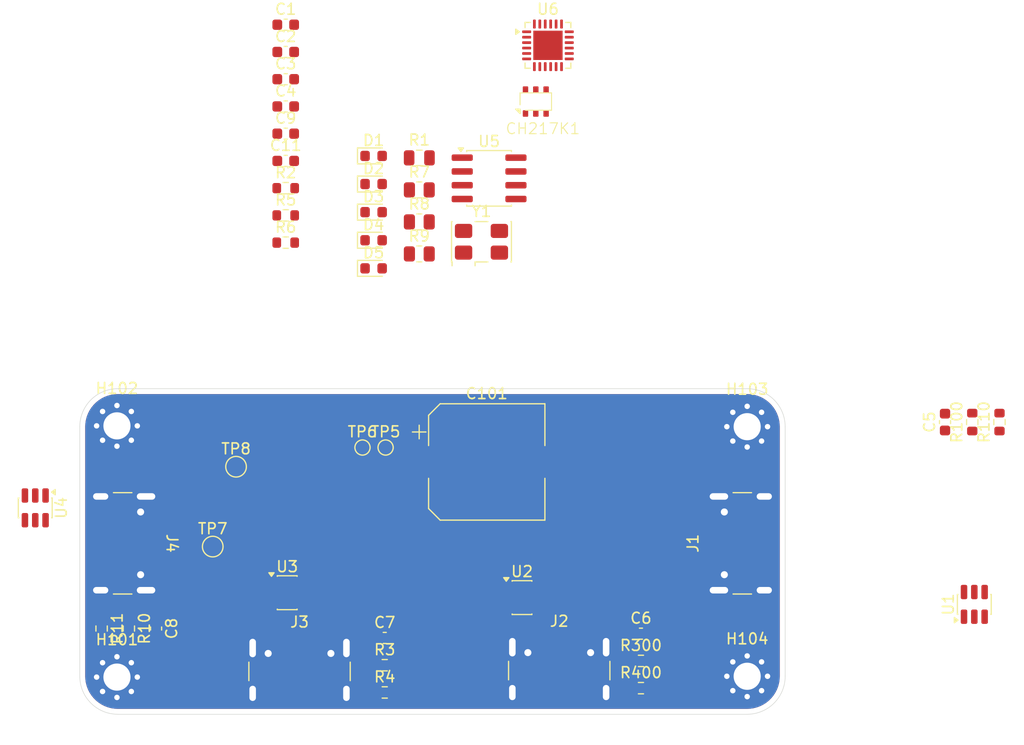
<source format=kicad_pcb>
(kicad_pcb (version 20241229) (generator "pcbnew") (generator_version "9.0")
  (layers (0 "F.Cu" signal) (4 "In1.Cu" signal "In1_Masse.Cu") (6 "In2.Cu" power "In2_VCC_3.3V_5V.Cu") (2 "B.Cu" signal) (13 "F.Paste" user) (15 "B.Paste" user) (5 "F.SilkS" user "F.Silkscreen") (7 "B.SilkS" user "B.Silkscreen") (1 "F.Mask" user) (3 "B.Mask" user) (25 "Edge.Cuts" user))
  (net 0 "")
  (net 1 "+3V3")
  (net 2 "GND")
  (net 3 "Net-(U6-V5)")
  (net 4 "+5V")
  (net 5 "/USB HUB controller/LED4{slash}SDA")
  (net 6 "Net-(D1-K)")
  (net 7 "Net-(D3-A)")
  (net 8 "Net-(D5-K)")
  (net 10 "/USB/D+")
  (net 11 "Net-(J1-CC2)")
  (net 13 "/USB/D-")
  (net 14 "Net-(J1-CC1)")
  (net 15 "Net-(J2-CC1)")
  (net 16 "/USB1/D+")
  (net 18 "Net-(J2-CC2)")
  (net 19 "/USB1/D-")
  (net 21 "Net-(J3-CC2)")
  (net 22 "Net-(J3-CC1)")
  (net 23 "/USB2/D-")
  (net 24 "/USB2/D+")
  (net 27 "/USB3/D-")
  (net 29 "Net-(J4-CC2)")
  (net 30 "/USB3/D+")
  (net 31 "Net-(J4-CC1)")
  (net 33 "/USB HUB controller/LED1")
  (net 34 "/USB HUB controller/LED2")
  (net 35 "/USB HUB controller/OVCUR#")
  (net 36 "Net-(CH217K1-ISET)")
  (net 37 "Net-(U6-~{RESET}{slash}CDP)")
  (net 38 "Net-(U6-DMU-)")
  (net 39 "Net-(U6-DPU+)")
  (net 40 "/USB HUB controller/DP1+")
  (net 41 "/USB HUB controller/DM1-")
  (net 42 "/USB HUB controller/DP2+")
  (net 43 "/USB HUB controller/DM2-")
  (net 44 "/USB HUB controller/DP3+")
  (net 45 "/USB HUB controller/DM3-")
  (net 46 "/USB HUB controller/DM4-")
  (net 47 "/USB HUB controller/DP4+")
  (net 48 "/USB HUB controller/LED3{slash}SCL")
  (net 50 "/USB HUB controller/~{PWREN}")
  (net 53 "Net-(U6-XO)")
  (net 54 "Net-(U6-XI)")
  (footprint "Capacitor_SMD:C_0603_1608Metric" (layer "F.Cu") (at 61.85 41.47)
    (property "Reference" "C7" (at 0 -1.43 0) (layer "F.SilkS"))
    (property "Value" "100uF")
    (pad "1" smd roundrect (at -0.775 0) (size 0.9 0.95) (layers "F.Cu" "F.Mask" "F.Paste") (net 4 "+5V"))
    (pad "2" smd roundrect (at 0.775 0) (size 0.9 0.95) (layers "F.Cu" "F.Mask" "F.Paste") (net 2 "GND"))
  )
  (footprint "Capacitor_SMD:CP_Elec_10x10.5" (layer "F.Cu") (at 71.25 25.25)
    (property "Reference" "C101" (at 0 -6.3 0) (layer "F.SilkS"))
    (property "Value" "470uF")
    (pad "1" smd roundrect (at -4.2 0) (size 4.4 2.5) (layers "F.Cu" "F.Mask" "F.Paste") (roundrect_rratio 0.1) (net 4 "+5V"))
    (pad "2" smd roundrect (at 4.2 0) (size 4.4 2.5) (layers "F.Cu" "F.Mask" "F.Paste") (roundrect_rratio 0.1) (net 2 "GND"))
  )
  (footprint "Crystal:Crystal_SMD_5032-4Pin_5.0x3.2mm" (layer "F.Cu") (at 70.765 4.96)
    (property "Reference" "Y1" (at 0 -2.8 0) (layer "F.SilkS"))
    (property "Value" "12 MHZ")
    (pad "1" smd roundrect (at -1.65 1) (size 1.6 1.3) (layers "F.Cu" "F.Mask" "F.Paste") (roundrect_rratio 0.192308) (net 53 "Net-(U6-XO)"))
    (pad "2" smd roundrect (at 1.65 1) (size 1.6 1.3) (layers "F.Cu" "F.Mask" "F.Paste") (roundrect_rratio 0.192308) (net 54 "Net-(U6-XI)"))
    (pad "3" smd roundrect (at 1.65 -1) (size 1.6 1.3) (layers "F.Cu" "F.Mask" "F.Paste") (roundrect_rratio 0.192308))
    (pad "4" smd roundrect (at -1.65 -1) (size 1.6 1.3) (layers "F.Cu" "F.Mask" "F.Paste") (roundrect_rratio 0.192308))
  )
  (footprint "TestPoint:TestPoint_Pad_D1.5mm" (layer "F.Cu") (at 48.15 25.69)
    (property "Reference" "TP8" (at 0 -1.648 0) (layer "F.SilkS"))
    (property "Value" "Masse")
    (pad "1" smd circle (at 0 0) (size 1.5 1.5) (layers "F.Cu" "F.Mask") (net 2 "GND"))
  )
  (footprint "Package_TO_SOT_SMD:SOT-23-6" (layer "F.Cu") (at 74.5 37.75)
    (property "Reference" "U2" (at 0 -2.4 0) (layer "F.SilkS"))
    (property "Value" "USBLC6-2SC6")
    (pad "1" smd roundrect (at -1.1375 -0.95) (size 1.325 0.6) (layers "F.Cu" "F.Mask" "F.Paste") (net 42 "/USB HUB controller/DP2+"))
    (pad "2" smd roundrect (at -1.1375 0) (size 1.325 0.6) (layers "F.Cu" "F.Mask" "F.Paste") (net 2 "GND"))
    (pad "3" smd roundrect (at -1.1375 0.95) (size 1.325 0.6) (layers "F.Cu" "F.Mask" "F.Paste") (net 43 "/USB HUB controller/DM2-"))
    (pad "4" smd roundrect (at 1.1375 0.95) (size 1.325 0.6) (layers "F.Cu" "F.Mask" "F.Paste") (net 16 "/USB1/D+"))
    (pad "5" smd roundrect (at 1.1375 0) (size 1.325 0.6) (layers "F.Cu" "F.Mask" "F.Paste") (net 4 "+5V"))
    (pad "6" smd roundrect (at 1.1375 -0.95) (size 1.325 0.6) (layers "F.Cu" "F.Mask" "F.Paste") (net 19 "/USB1/D-"))
  )
  (footprint "Package_TO_SOT_SMD:SOT-23-6" (layer "F.Cu") (at 116.18 38.375 90)
    (property "Reference" "U1" (at 0 -2.4 90) (layer "F.SilkS"))
    (property "Value" "USBLC6-2SC6")
    (pad "1" smd roundrect (at -1.1375 -0.95 90) (size 1.325 0.6) (layers "F.Cu" "F.Mask" "F.Paste") (net 40 "/USB HUB controller/DP1+"))
    (pad "2" smd roundrect (at -1.1375 0 90) (size 1.325 0.6) (layers "F.Cu" "F.Mask" "F.Paste") (net 2 "GND"))
    (pad "3" smd roundrect (at -1.1375 0.95 90) (size 1.325 0.6) (layers "F.Cu" "F.Mask" "F.Paste") (net 41 "/USB HUB controller/DM1-"))
    (pad "4" smd roundrect (at 1.1375 0.95 90) (size 1.325 0.6) (layers "F.Cu" "F.Mask" "F.Paste") (net 10 "/USB/D+"))
    (pad "5" smd roundrect (at 1.1375 0 90) (size 1.325 0.6) (layers "F.Cu" "F.Mask" "F.Paste") (net 4 "+5V"))
    (pad "6" smd roundrect (at 1.1375 -0.95 90) (size 1.325 0.6) (layers "F.Cu" "F.Mask" "F.Paste") (net 13 "/USB/D-"))
  )
  (footprint "MountingHole:MountingHole_2.5mm_Pad_Via" (layer "F.Cu") (at 37.174175 21.924175)
    (property "Reference" "H102" (at 0 -3.45 0) (layer "F.SilkS"))
    (property "Value" "MountingHole_Pad")
    (pad "1" thru_hole circle (at -1.875 0) (size 0.8 0.8) (drill 0.5) (layers "*.Cu" "*.Mask") (net 2 "GND"))
    (pad "1" thru_hole circle (at -1.325825 -1.325825) (size 0.8 0.8) (drill 0.5) (layers "*.Cu" "*.Mask") (net 2 "GND"))
    (pad "1" thru_hole circle (at -1.325825 1.325825) (size 0.8 0.8) (drill 0.5) (layers "*.Cu" "*.Mask") (net 2 "GND"))
    (pad "1" thru_hole circle (at 0 -1.875) (size 0.8 0.8) (drill 0.5) (layers "*.Cu" "*.Mask") (net 2 "GND"))
    (pad "1" thru_hole circle (at 0 0) (size 5 5) (drill 2.5) (layers "*.Cu" "*.Mask") (net 2 "GND"))
    (pad "1" thru_hole circle (at 0 1.875) (size 0.8 0.8) (drill 0.5) (layers "*.Cu" "*.Mask") (net 2 "GND"))
    (pad "1" thru_hole circle (at 1.325825 -1.325825) (size 0.8 0.8) (drill 0.5) (layers "*.Cu" "*.Mask") (net 2 "GND"))
    (pad "1" thru_hole circle (at 1.325825 1.325825) (size 0.8 0.8) (drill 0.5) (layers "*.Cu" "*.Mask") (net 2 "GND"))
    (pad "1" thru_hole circle (at 1.875 0) (size 0.8 0.8) (drill 0.5) (layers "*.Cu" "*.Mask") (net 2 "GND"))
  )
  (footprint "Resistor_SMD:R_0603_1608Metric" (layer "F.Cu") (at 85.46 43.585)
    (property "Reference" "R300" (at 0 -1.43 0) (layer "F.SilkS"))
    (property "Value" "5.1k")
    (pad "1" smd roundrect (at -0.825 0) (size 0.8 0.95) (layers "F.Cu" "F.Mask" "F.Paste") (net 15 "Net-(J2-CC1)"))
    (pad "2" smd roundrect (at 0.825 0) (size 0.8 0.95) (layers "F.Cu" "F.Mask" "F.Paste") (net 2 "GND"))
  )
  (footprint "LED_SMD:LED_0603_1608Metric" (layer "F.Cu") (at 60.825 7.41)
    (property "Reference" "D5" (at 0 -1.43 0) (layer "F.SilkS"))
    (property "Value" "RED_LED")
    (pad "1" smd roundrect (at -0.7875 0) (size 0.875 0.95) (layers "F.Cu" "F.Mask" "F.Paste") (net 8 "Net-(D5-K)"))
    (pad "2" smd roundrect (at 0.7875 0) (size 0.875 0.95) (layers "F.Cu" "F.Mask" "F.Paste") (net 1 "+3V3"))
  )
  (footprint "LED_SMD:LED_0603_1608Metric" (layer "F.Cu") (at 60.825 4.82)
    (property "Reference" "D4" (at 0 -1.43 0) (layer "F.SilkS"))
    (property "Value" "GREEN_LED")
    (pad "1" smd roundrect (at -0.7875 0) (size 0.875 0.95) (layers "F.Cu" "F.Mask" "F.Paste") (net 7 "Net-(D3-A)"))
    (pad "2" smd roundrect (at 0.7875 0) (size 0.875 0.95) (layers "F.Cu" "F.Mask" "F.Paste") (net 5 "/USB HUB controller/LED4{slash}SDA"))
  )
  (footprint "Resistor_SMD:R_0603_1608Metric" (layer "F.Cu") (at 118.5 21.575 90)
    (property "Reference" "R110" (at 0 -1.43 90) (layer "F.SilkS"))
    (property "Value" "5.1k")
    (pad "1" smd roundrect (at -0.825 0 90) (size 0.8 0.95) (layers "F.Cu" "F.Mask" "F.Paste") (net 11 "Net-(J1-CC2)"))
    (pad "2" smd roundrect (at 0.825 0 90) (size 0.8 0.95) (layers "F.Cu" "F.Mask" "F.Paste") (net 2 "GND"))
  )
  (footprint "Capacitor_SMD:C_0603_1608Metric" (layer "F.Cu") (at 40.78 40.6 -90)
    (property "Reference" "C8" (at 0 -1.43 90) (layer "F.SilkS"))
    (property "Value" "100uF")
    (pad "1" smd roundrect (at -0.775 0 270) (size 0.9 0.95) (layers "F.Cu" "F.Mask" "F.Paste") (net 4 "+5V"))
    (pad "2" smd roundrect (at 0.775 0 270) (size 0.9 0.95) (layers "F.Cu" "F.Mask" "F.Paste") (net 2 "GND"))
  )
  (footprint "Connector_USB:USB_C_Receptacle_GCT_USB4105-xx-A_16P_TopMnt_Horizontal" (layer "F.Cu") (at 36.75 32.75 -90)
    (property "Reference" "J4" (at 0 -5.5 270) (layer "F.SilkS"))
    (property "Value" "USB_C_Receptacle_USB2.0_16P")
    (pad "" np_thru_hole circle (at -2.89 -2.605 270) (size 0.65 0.65) (drill 0.65) (layers "*.Cu" "*.Mask"))
    (pad "" np_thru_hole circle (at 2.89 -2.605 270) (size 0.65 0.65) (drill 0.65) (layers "*.Cu" "*.Mask"))
    (pad "A1" smd roundrect (at -3.2 -3.68 270) (size 0.6 1.15) (layers "F.Cu" "F.Mask" "F.Paste") (net 2 "GND"))
    (pad "A4" smd roundrect (at -2.4 -3.68 270) (size 0.6 1.15) (layers "F.Cu" "F.Mask" "F.Paste") (net 4 "+5V"))
    (pad "A5" smd roundrect (at -1.25 -3.68 270) (size 0.3 1.15) (layers "F.Cu" "F.Mask" "F.Paste") (net 31 "Net-(J4-CC1)"))
    (pad "A6" smd roundrect (at -0.25 -3.68 270) (size 0.3 1.15) (layers "F.Cu" "F.Mask" "F.Paste") (net 30 "/USB3/D+"))
    (pad "A7" smd roundrect (at 0.25 -3.68 270) (size 0.3 1.15) (layers "F.Cu" "F.Mask" "F.Paste") (net 27 "/USB3/D-"))
    (pad "A8" smd roundrect (at 1.25 -3.68 270) (size 0.3 1.15) (layers "F.Cu" "F.Mask" "F.Paste"))
    (pad "A9" smd roundrect (at 2.4 -3.68 270) (size 0.6 1.15) (layers "F.Cu" "F.Mask" "F.Paste") (net 4 "+5V"))
    (pad "A12" smd roundrect (at 3.2 -3.68 270) (size 0.6 1.15) (layers "F.Cu" "F.Mask" "F.Paste") (net 2 "GND"))
    (pad "B1" smd roundrect (at 3.2 -3.68 270) (size 0.6 1.15) (layers "F.Cu" "F.Mask" "F.Paste") (net 2 "GND"))
    (pad "B4" smd roundrect (at 2.4 -3.68 270) (size 0.6 1.15) (layers "F.Cu" "F.Mask" "F.Paste") (net 4 "+5V"))
    (pad "B5" smd roundrect (at 1.75 -3.68 270) (size 0.3 1.15) (layers "F.Cu" "F.Mask" "F.Paste") (net 29 "Net-(J4-CC2)"))
    (pad "B6" smd roundrect (at 0.75 -3.68 270) (size 0.3 1.15) (layers "F.Cu" "F.Mask" "F.Paste") (net 30 "/USB3/D+"))
    (pad "B7" smd roundrect (at -0.75 -3.68 270) (size 0.3 1.15) (layers "F.Cu" "F.Mask" "F.Paste") (net 27 "/USB3/D-"))
    (pad "B8" smd roundrect (at -1.75 -3.68 270) (size 0.3 1.15) (layers "F.Cu" "F.Mask" "F.Paste"))
    (pad "B9" smd roundrect (at -2.4 -3.68 270) (size 0.6 1.15) (layers "F.Cu" "F.Mask" "F.Paste") (net 4 "+5V"))
    (pad "B12" smd roundrect (at -3.2 -3.68 270) (size 0.6 1.15) (layers "F.Cu" "F.Mask" "F.Paste") (net 2 "GND"))
    (pad "S1" thru_hole oval (at -4.32 -3.105 270) (size 1 2.1) (drill oval 0.6 1.7) (property pad_prop_heatsink) (layers "*.Cu" "*.Mask" "F.Paste") (net 2 "GND"))
    (pad "S1" thru_hole oval (at -4.32 1.075 270) (size 1 1.8) (drill oval 0.6 1.4) (property pad_prop_heatsink) (layers "*.Cu" "*.Mask" "F.Paste") (net 2 "GND"))
    (pad "S1" thru_hole oval (at 4.32 -3.105 270) (size 1 2.1) (drill oval 0.6 1.7) (property pad_prop_heatsink) (layers "*.Cu" "*.Mask" "F.Paste") (net 2 "GND"))
    (pad "S1" thru_hole oval (at 4.32 1.075 270) (size 1 1.8) (drill oval 0.6 1.4) (property pad_prop_heatsink) (layers "*.Cu" "*.Mask" "F.Paste") (net 2 "GND"))
  )
  (footprint "Connector_USB:USB_C_Receptacle_GCT_USB4105-xx-A_16P_TopMnt_Horizontal" (layer "F.Cu") (at 95.75 32.75 90)
    (property "Reference" "J1" (at 0 -5.5 90) (layer "F.SilkS"))
    (property "Value" "USB_C_Receptacle_USB2.0_16P")
    (pad "" np_thru_hole circle (at -2.89 -2.605 90) (size 0.65 0.65) (drill 0.65) (layers "*.Cu" "*.Mask"))
    (pad "" np_thru_hole circle (at 2.89 -2.605 90) (size 0.65 0.65) (drill 0.65) (layers "*.Cu" "*.Mask"))
    (pad "A1" smd roundrect (at -3.2 -3.68 90) (size 0.6 1.15) (layers "F.Cu" "F.Mask" "F.Paste") (net 2 "GND"))
    (pad "A4" smd roundrect (at -2.4 -3.68 90) (size 0.6 1.15) (layers "F.Cu" "F.Mask" "F.Paste") (net 4 "+5V"))
    (pad "A5" smd roundrect (at -1.25 -3.68 90) (size 0.3 1.15) (layers "F.Cu" "F.Mask" "F.Paste") (net 14 "Net-(J1-CC1)"))
    (pad "A6" smd roundrect (at -0.25 -3.68 90) (size 0.3 1.15) (layers "F.Cu" "F.Mask" "F.Paste") (net 10 "/USB/D+"))
    (pad "A7" smd roundrect (at 0.25 -3.68 90) (size 0.3 1.15) (layers "F.Cu" "F.Mask" "F.Paste") (net 13 "/USB/D-"))
    (pad "A8" smd roundrect (at 1.25 -3.68 90) (size 0.3 1.15) (layers "F.Cu" "F.Mask" "F.Paste"))
    (pad "A9" smd roundrect (at 2.4 -3.68 90) (size 0.6 1.15) (layers "F.Cu" "F.Mask" "F.Paste") (net 4 "+5V"))
    (pad "A12" smd roundrect (at 3.2 -3.68 90) (size 0.6 1.15) (layers "F.Cu" "F.Mask" "F.Paste") (net 2 "GND"))
    (pad "B1" smd roundrect (at 3.2 -3.68 90) (size 0.6 1.15) (layers "F.Cu" "F.Mask" "F.Paste") (net 2 "GND"))
    (pad "B4" smd roundrect (at 2.4 -3.68 90) (size 0.6 1.15) (layers "F.Cu" "F.Mask" "F.Paste") (net 4 "+5V"))
    (pad "B5" smd roundrect (at 1.75 -3.68 90) (size 0.3 1.15) (layers "F.Cu" "F.Mask" "F.Paste") (net 11 "Net-(J1-CC2)"))
    (pad "B6" smd roundrect (at 0.75 -3.68 90) (size 0.3 1.15) (layers "F.Cu" "F.Mask" "F.Paste") (net 10 "/USB/D+"))
    (pad "B7" smd roundrect (at -0.75 -3.68 90) (size 0.3 1.15) (layers "F.Cu" "F.Mask" "F.Paste") (net 13 "/USB/D-"))
    (pad "B8" smd roundrect (at -1.75 -3.68 90) (size 0.3 1.15) (layers "F.Cu" "F.Mask" "F.Paste"))
    (pad "B9" smd roundrect (at -2.4 -3.68 90) (size 0.6 1.15) (layers "F.Cu" "F.Mask" "F.Paste") (net 4 "+5V"))
    (pad "B12" smd roundrect (at -3.2 -3.68 90) (size 0.6 1.15) (layers "F.Cu" "F.Mask" "F.Paste") (net 2 "GND"))
    (pad "S1" thru_hole oval (at -4.32 -3.105 90) (size 1 2.1) (drill oval 0.6 1.7) (property pad_prop_heatsink) (layers "*.Cu" "*.Mask" "F.Paste") (net 2 "GND"))
    (pad "S1" thru_hole oval (at -4.32 1.075 90) (size 1 1.8) (drill oval 0.6 1.4) (property pad_prop_heatsink) (layers "*.Cu" "*.Mask" "F.Paste") (net 2 "GND"))
    (pad "S1" thru_hole oval (at 4.32 -3.105 90) (size 1 2.1) (drill oval 0.6 1.7) (property pad_prop_heatsink) (layers "*.Cu" "*.Mask" "F.Paste") (net 2 "GND"))
    (pad "S1" thru_hole oval (at 4.32 1.075 90) (size 1 1.8) (drill oval 0.6 1.4) (property pad_prop_heatsink) (layers "*.Cu" "*.Mask" "F.Paste") (net 2 "GND"))
  )
  (footprint "Package_DFN_QFN:QFN-24-1EP_4x4mm_P0.5mm_EP2.7x2.7mm" (layer "F.Cu") (at 76.89 -13.14)
    (property "Reference" "U6" (at 0 -3.33 0) (layer "F.SilkS"))
    (property "Value" "CH334F")
    (pad "1" smd roundrect (at -1.9625 -1.25) (size 0.825 0.25) (layers "F.Cu" "F.Mask" "F.Paste") (net 35 "/USB HUB controller/OVCUR#"))
    (pad "2" smd roundrect (at -1.9625 -0.75) (size 0.825 0.25) (layers "F.Cu" "F.Mask" "F.Paste"))
    (pad "3" smd roundrect (at -1.9625 -0.25) (size 0.825 0.25) (layers "F.Cu" "F.Mask" "F.Paste") (net 53 "Net-(U6-XO)"))
    (pad "4" smd roundrect (at -1.9625 0.25) (size 0.825 0.25) (layers "F.Cu" "F.Mask" "F.Paste") (net 54 "Net-(U6-XI)"))
    (pad "5" smd roundrect (at -1.9625 0.75) (size 0.825 0.25) (layers "F.Cu" "F.Mask" "F.Paste") (net 46 "/USB HUB controller/DM4-"))
    (pad "6" smd roundrect (at -1.9625 1.25) (size 0.825 0.25) (layers "F.Cu" "F.Mask" "F.Paste") (net 47 "/USB HUB controller/DP4+"))
    (pad "7" smd roundrect (at -1.25 1.9625) (size 0.25 0.825) (layers "F.Cu" "F.Mask" "F.Paste") (net 45 "/USB HUB controller/DM3-"))
    (pad "8" smd roundrect (at -0.75 1.9625) (size 0.25 0.825) (layers "F.Cu" "F.Mask" "F.Paste") (net 44 "/USB HUB controller/DP3+"))
    (pad "9" smd roundrect (at -0.25 1.9625) (size 0.25 0.825) (layers "F.Cu" "F.Mask" "F.Paste") (net 43 "/USB HUB controller/DM2-"))
    (pad "10" smd roundrect (at 0.25 1.9625) (size 0.25 0.825) (layers "F.Cu" "F.Mask" "F.Paste") (net 42 "/USB HUB controller/DP2+"))
    (pad "11" smd roundrect (at 0.75 1.9625) (size 0.25 0.825) (layers "F.Cu" "F.Mask" "F.Paste") (net 41 "/USB HUB controller/DM1-"))
    (pad "12" smd roundrect (at 1.25 1.9625) (size 0.25 0.825) (layers "F.Cu" "F.Mask" "F.Paste") (net 40 "/USB HUB controller/DP1+"))
    (pad "13" smd roundrect (at 1.9625 1.25) (size 0.825 0.25) (layers "F.Cu" "F.Mask" "F.Paste") (net 48 "/USB HUB controller/LED3{slash}SCL"))
    (pad "14" smd roundrect (at 1.9625 0.75) (size 0.825 0.25) (layers "F.Cu" "F.Mask" "F.Paste") (net 38 "Net-(U6-DMU-)"))
    (pad "15" smd roundrect (at 1.9625 0.25) (size 0.825 0.25) (layers "F.Cu" "F.Mask" "F.Paste") (net 39 "Net-(U6-DPU+)"))
    (pad "16" smd roundrect (at 1.9625 -0.25) (size 0.825 0.25) (layers "F.Cu" "F.Mask" "F.Paste") (net 37 "Net-(U6-~{RESET}{slash}CDP)"))
    (pad "17" smd roundrect (at 1.9625 -0.75) (size 0.825 0.25) (layers "F.Cu" "F.Mask" "F.Paste"))
    (pad "18" smd roundrect (at 1.9625 -1.25) (size 0.825 0.25) (layers "F.Cu" "F.Mask" "F.Paste"))
    (pad "19" smd roundrect (at 1.25 -1.9625) (size 0.25 0.825) (layers "F.Cu" "F.Mask" "F.Paste") (net 3 "Net-(U6-V5)"))
    (pad "20" smd roundrect (at 0.75 -1.9625) (size 0.25 0.825) (layers "F.Cu" "F.Mask" "F.Paste") (net 1 "+3V3"))
    (pad "21" smd roundrect (at 0.25 -1.9625) (size 0.25 0.825) (layers "F.Cu" "F.Mask" "F.Paste") (net 5 "/USB HUB controller/LED4{slash}SDA"))
    (pad "22" smd roundrect (at -0.25 -1.9625) (size 0.25 0.825) (layers "F.Cu" "F.Mask" "F.Paste") (net 33 "/USB HUB controller/LED1"))
    (pad "23" smd roundrect (at -0.75 -1.9625) (size 0.25 0.825) (layers "F.Cu" "F.Mask" "F.Paste") (net 34 "/USB HUB controller/LED2"))
    (pad "24" smd roundrect (at -1.25 -1.9625) (size 0.25 0.825) (layers "F.Cu" "F.Mask" "F.Paste") (net 50 "/USB HUB controller/~{PWREN}"))
    (pad "25" smd rect (at 0 0) (size 2.7 2.7) (property pad_prop_heatsink) (layers "F.Cu" "F.Mask") (net 2 "GND"))
  )
  (footprint "MountingHole:MountingHole_2.5mm_Pad_Via" (layer "F.Cu") (at 95.25 22)
    (property "Reference" "H103" (at 0 -3.45 0) (layer "F.SilkS"))
    (property "Value" "MountingHole_Pad")
    (pad "1" thru_hole circle (at -1.875 0) (size 0.8 0.8) (drill 0.5) (layers "*.Cu" "*.Mask") (net 2 "GND"))
    (pad "1" thru_hole circle (at -1.325825 -1.325825) (size 0.8 0.8) (drill 0.5) (layers "*.Cu" "*.Mask") (net 2 "GND"))
    (pad "1" thru_hole circle (at -1.325825 1.325825) (size 0.8 0.8) (drill 0.5) (layers "*.Cu" "*.Mask") (net 2 "GND"))
    (pad "1" thru_hole circle (at 0 -1.875) (size 0.8 0.8) (drill 0.5) (layers "*.Cu" "*.Mask") (net 2 "GND"))
    (pad "1" thru_hole circle (at 0 0) (size 5 5) (drill 2.5) (layers "*.Cu" "*.Mask") (net 2 "GND"))
    (pad "1" thru_hole circle (at 0 1.875) (size 0.8 0.8) (drill 0.5) (layers "*.Cu" "*.Mask") (net 2 "GND"))
    (pad "1" thru_hole circle (at 1.325825 -1.325825) (size 0.8 0.8) (drill 0.5) (layers "*.Cu" "*.Mask") (net 2 "GND"))
    (pad "1" thru_hole circle (at 1.325825 1.325825) (size 0.8 0.8) (drill 0.5) (layers "*.Cu" "*.Mask") (net 2 "GND"))
    (pad "1" thru_hole circle (at 1.875 0) (size 0.8 0.8) (drill 0.5) (layers "*.Cu" "*.Mask") (net 2 "GND"))
  )
  (footprint "TestPoint:TestPoint_Pad_D1.5mm" (layer "F.Cu") (at 46 33.05)
    (property "Reference" "TP7" (at 0 -1.648 0) (layer "F.SilkS"))
    (property "Value" "Alim")
    (pad "1" smd circle (at 0 0) (size 1.5 1.5) (layers "F.Cu" "F.Mask") (net 4 "+5V"))
  )
  (footprint "Capacitor_SMD:C_0603_1608Metric" (layer "F.Cu") (at 52.725 -2.49)
    (property "Reference" "C11" (at 0 -1.43 0) (layer "F.SilkS"))
    (property "Value" "1uF")
    (pad "1" smd roundrect (at -0.775 0) (size 0.9 0.95) (layers "F.Cu" "F.Mask" "F.Paste") (net 4 "+5V"))
    (pad "2" smd roundrect (at 0.775 0) (size 0.9 0.95) (layers "F.Cu" "F.Mask" "F.Paste") (net 2 "GND"))
  )
  (footprint "Resistor_SMD:R_0805_2012Metric" (layer "F.Cu") (at 65.035 6.08)
    (property "Reference" "R9" (at 0 -1.65 0) (layer "F.SilkS"))
    (property "Value" "NC(4k7)")
    (pad "1" smd roundrect (at -0.9125 0) (size 1.025 1.4) (layers "F.Cu" "F.Mask" "F.Paste") (roundrect_rratio 0.243902) (net 1 "+3V3"))
    (pad "2" smd roundrect (at 0.9125 0) (size 1.025 1.4) (layers "F.Cu" "F.Mask" "F.Paste") (roundrect_rratio 0.243902) (net 37 "Net-(U6-~{RESET}{slash}CDP)"))
  )
  (footprint "Resistor_SMD:R_0603_1608Metric" (layer "F.Cu") (at 61.85 43.98)
    (property "Reference" "R3" (at 0 -1.43 0) (layer "F.SilkS"))
    (property "Value" "5.1k")
    (pad "1" smd roundrect (at -0.825 0) (size 0.8 0.95) (layers "F.Cu" "F.Mask" "F.Paste") (net 22 "Net-(J3-CC1)"))
    (pad "2" smd roundrect (at 0.825 0) (size 0.8 0.95) (layers "F.Cu" "F.Mask" "F.Paste") (net 2 "GND"))
  )
  (footprint "Fuse:Fuse_0805_2012Metric" (layer "F.Cu") (at 65.035 -2.77)
    (property "Reference" "R1" (at 0 -1.65 0) (layer "F.SilkS"))
    (property "Value" "0")
    (pad "1" smd roundrect (at -0.9375 0) (size 0.975 1.4) (layers "F.Cu" "F.Mask" "F.Paste") (net 4 "+5V"))
    (pad "2" smd roundrect (at 0.9375 0) (size 0.975 1.4) (layers "F.Cu" "F.Mask" "F.Paste") (net 3 "Net-(U6-V5)"))
  )
  (footprint "MountingHole:MountingHole_2.5mm_Pad_Via" (layer "F.Cu") (at 95.25 45)
    (property "Reference" "H104" (at 0 -3.45 0) (layer "F.SilkS"))
    (property "Value" "MountingHole_Pad")
    (pad "1" thru_hole circle (at -1.875 0) (size 0.8 0.8) (drill 0.5) (layers "*.Cu" "*.Mask") (net 2 "GND"))
    (pad "1" thru_hole circle (at -1.325825 -1.325825) (size 0.8 0.8) (drill 0.5) (layers "*.Cu" "*.Mask") (net 2 "GND"))
    (pad "1" thru_hole circle (at -1.325825 1.325825) (size 0.8 0.8) (drill 0.5) (layers "*.Cu" "*.Mask") (net 2 "GND"))
    (pad "1" thru_hole circle (at 0 -1.875) (size 0.8 0.8) (drill 0.5) (layers "*.Cu" "*.Mask") (net 2 "GND"))
    (pad "1" thru_hole circle (at 0 0) (size 5 5) (drill 2.5) (layers "*.Cu" "*.Mask") (net 2 "GND"))
    (pad "1" thru_hole circle (at 0 1.875) (size 0.8 0.8) (drill 0.5) (layers "*.Cu" "*.Mask") (net 2 "GND"))
    (pad "1" thru_hole circle (at 1.325825 -1.325825) (size 0.8 0.8) (drill 0.5) (layers "*.Cu" "*.Mask") (net 2 "GND"))
    (pad "1" thru_hole circle (at 1.325825 1.325825) (size 0.8 0.8) (drill 0.5) (layers "*.Cu" "*.Mask") (net 2 "GND"))
    (pad "1" thru_hole circle (at 1.875 0) (size 0.8 0.8) (drill 0.5) (layers "*.Cu" "*.Mask") (net 2 "GND"))
  )
  (footprint "LED_SMD:LED_0603_1608Metric" (layer "F.Cu") (at 60.825 -0.36)
    (property "Reference" "D2" (at 0 -1.43 0) (layer "F.SilkS"))
    (property "Value" "GREEN_LED")
    (pad "1" smd roundrect (at -0.7875 0) (size 0.875 0.95) (layers "F.Cu" "F.Mask" "F.Paste") (net 5 "/USB HUB controller/LED4{slash}SDA"))
    (pad "2" smd roundrect (at 0.7875 0) (size 0.875 0.95) (layers "F.Cu" "F.Mask" "F.Paste") (net 6 "Net-(D1-K)"))
  )
  (footprint "Capacitor_SMD:C_0603_1608Metric" (layer "F.Cu") (at 52.725 -5)
    (property "Reference" "C9" (at 0 -1.43 0) (layer "F.SilkS"))
    (property "Value" "10uF")
    (pad "1" smd roundrect (at -0.775 0) (size 0.9 0.95) (layers "F.Cu" "F.Mask" "F.Paste") (net 4 "+5V"))
    (pad "2" smd roundrect (at 0.775 0) (size 0.9 0.95) (layers "F.Cu" "F.Mask" "F.Paste") (net 2 "GND"))
  )
  (footprint "Resistor_SMD:R_0603_1608Metric" (layer "F.Cu") (at 52.725 0.02)
    (property "Reference" "R2" (at 0 -1.43 0) (layer "F.SilkS"))
    (property "Value" "220")
    (pad "1" smd roundrect (at -0.825 0) (size 0.8 0.95) (layers "F.Cu" "F.Mask" "F.Paste") (net 33 "/USB HUB controller/LED1"))
    (pad "2" smd roundrect (at 0.825 0) (size 0.8 0.95) (layers "F.Cu" "F.Mask" "F.Paste") (net 6 "Net-(D1-K)"))
  )
  (footprint "Resistor_SMD:R_0603_1608Metric" (layer "F.Cu") (at 52.725 5.04)
    (property "Reference" "R6" (at 0 -1.43 0) (layer "F.SilkS"))
    (property "Value" "10k")
    (pad "1" smd roundrect (at -0.825 0) (size 0.8 0.95) (layers "F.Cu" "F.Mask" "F.Paste") (net 5 "/USB HUB controller/LED4{slash}SDA"))
    (pad "2" smd roundrect (at 0.825 0) (size 0.8 0.95) (layers "F.Cu" "F.Mask" "F.Paste") (net 8 "Net-(D5-K)"))
  )
  (footprint "Capacitor_SMD:C_0603_1608Metric" (layer "F.Cu") (at 52.725 -7.51)
    (property "Reference" "C4" (at 0 -1.43 0) (layer "F.SilkS"))
    (property "Value" "100nF")
    (pad "1" smd roundrect (at -0.775 0) (size 0.9 0.95) (layers "F.Cu" "F.Mask" "F.Paste") (net 1 "+3V3"))
    (pad "2" smd roundrect (at 0.775 0) (size 0.9 0.95) (layers "F.Cu" "F.Mask" "F.Paste") (net 2 "GND"))
  )
  (footprint "Resistor_SMD:R_0603_1608Metric" (layer "F.Cu") (at 52.725 2.53)
    (property "Reference" "R5" (at 0 -1.43 0) (layer "F.SilkS"))
    (property "Value" "220")
    (pad "1" smd roundrect (at -0.825 0) (size 0.8 0.95) (layers "F.Cu" "F.Mask" "F.Paste") (net 34 "/USB HUB controller/LED2"))
    (pad "2" smd roundrect (at 0.825 0) (size 0.8 0.95) (layers "F.Cu" "F.Mask" "F.Paste") (net 7 "Net-(D3-A)"))
  )
  (footprint "Capacitor_SMD:C_0603_1608Metric" (layer "F.Cu") (at 113.48 21.575 90)
    (property "Reference" "C5" (at 0 -1.43 90) (layer "F.SilkS"))
    (property "Value" "100uF")
    (pad "1" smd roundrect (at -0.775 0 90) (size 0.9 0.95) (layers "F.Cu" "F.Mask" "F.Paste") (net 4 "+5V"))
    (pad "2" smd roundrect (at 0.775 0 90) (size 0.9 0.95) (layers "F.Cu" "F.Mask" "F.Paste") (net 2 "GND"))
  )
  (footprint "TestPoint:TestPoint_Pad_D1.0mm" (layer "F.Cu") (at 61.93 23.92)
    (property "Reference" "TP5" (at 0 -1.448 0) (layer "F.SilkS"))
    (property "Value" "Data -")
    (pad "1" smd circle (at 0 0) (size 1 1) (layers "F.Cu" "F.Mask") (net 38 "Net-(U6-DMU-)"))
  )
  (footprint "Connector_USB:USB_C_Receptacle_GCT_USB4105-xx-A_16P_TopMnt_Horizontal" (layer "F.Cu") (at 54 45.5)
    (property "Reference" "J3" (at 0 -5.5 0) (layer "F.SilkS"))
    (property "Value" "USB_C_Receptacle_USB2.0_16P")
    (pad "" np_thru_hole circle (at -2.89 -2.605) (size 0.65 0.65) (drill 0.65) (layers "*.Cu" "*.Mask"))
    (pad "" np_thru_hole circle (at 2.89 -2.605) (size 0.65 0.65) (drill 0.65) (layers "*.Cu" "*.Mask"))
    (pad "A1" smd roundrect (at -3.2 -3.68) (size 0.6 1.15) (layers "F.Cu" "F.Mask" "F.Paste") (net 2 "GND"))
    (pad "A4" smd roundrect (at -2.4 -3.68) (size 0.6 1.15) (layers "F.Cu" "F.Mask" "F.Paste") (net 4 "+5V"))
    (pad "A5" smd roundrect (at -1.25 -3.68) (size 0.3 1.15) (layers "F.Cu" "F.Mask" "F.Paste") (net 22 "Net-(J3-CC1)"))
    (pad "A6" smd roundrect (at -0.25 -3.68) (size 0.3 1.15) (layers "F.Cu" "F.Mask" "F.Paste") (net 24 "/USB2/D+"))
    (pad "A7" smd roundrect (at 0.25 -3.68) (size 0.3 1.15) (layers "F.Cu" "F.Mask" "F.Paste") (net 23 "/USB2/D-"))
    (pad "A8" smd roundrect (at 1.25 -3.68) (size 0.3 1.15) (layers "F.Cu" "F.Mask" "F.Paste"))
    (pad "A9" smd roundrect (at 2.4 -3.68) (size 0.6 1.15) (layers "F.Cu" "F.Mask" "F.Paste") (net 4 "+5V"))
    (pad "A12" smd roundrect (at 3.2 -3.68) (size 0.6 1.15) (layers "F.Cu" "F.Mask" "F.Paste") (net 2 "GND"))
    (pad "B1" smd roundrect (at 3.2 -3.68) (size 0.6 1.15) (layers "F.Cu" "F.Mask" "F.Paste") (net 2 "GND"))
    (pad "B4" smd roundrect (at 2.4 -3.68) (size 0.6 1.15) (layers "F.Cu" "F.Mask" "F.Paste") (net 4 "+5V"))
    (pad "B5" smd roundrect (at 1.75 -3.68) (size 0.3 1.15) (layers "F.Cu" "F.Mask" "F.Paste") (net 21 "Net-(J3-CC2)"))
    (pad "B6" smd roundrect (at 0.75 -3.68) (size 0.3 1.15) (layers "F.Cu" "F.Mask" "F.Paste") (net 24 "/USB2/D+"))
    (pad "B7" smd roundrect (at -0.75 -3.68) (size 0.3 1.15) (layers "F.Cu" "F.Mask" "F.Paste") (net 23 "/USB2/D-"))
    (pad "B8" smd roundrect (at -1.75 -3.68) (size 0.3 1.15) (layers "F.Cu" "F.Mask" "F.Paste"))
    (pad "B9" smd roundrect (at -2.4 -3.68) (size 0.6 1.15) (layers "F.Cu" "F.Mask" "F.Paste") (net 4 "+5V"))
    (pad "B12" smd roundrect (at -3.2 -3.68) (size 0.6 1.15) (layers "F.Cu" "F.Mask" "F.Paste") (net 2 "GND"))
    (pad "S1" thru_hole oval (at -4.32 -3.105) (size 1 2.1) (drill oval 0.6 1.7) (property pad_prop_heatsink) (layers "*.Cu" "*.Mask" "F.Paste") (net 2 "GND"))
    (pad "S1" thru_hole oval (at -4.32 1.075) (size 1 1.8) (drill oval 0.6 1.4) (property pad_prop_heatsink) (layers "*.Cu" "*.Mask" "F.Paste") (net 2 "GND"))
    (pad "S1" thru_hole oval (at 4.32 -3.105) (size 1 2.1) (drill oval 0.6 1.7) (property pad_prop_heatsink) (layers "*.Cu" "*.Mask" "F.Paste") (net 2 "GND"))
    (pad "S1" thru_hole oval (at 4.32 1.075) (size 1 1.8) (drill oval 0.6 1.4) (property pad_prop_heatsink) (layers "*.Cu" "*.Mask" "F.Paste") (net 2 "GND"))
  )
  (footprint "LED_SMD:LED_0603_1608Metric" (layer "F.Cu") (at 60.825 2.23)
    (property "Reference" "D3" (at 0 -1.43 0) (layer "F.SilkS"))
    (property "Value" "GREEN_LED")
    (pad "1" smd roundrect (at -0.7875 0) (size 0.875 0.95) (layers "F.Cu" "F.Mask" "F.Paste") (net 5 "/USB HUB controller/LED4{slash}SDA"))
    (pad "2" smd roundrect (at 0.7875 0) (size 0.875 0.95) (layers "F.Cu" "F.Mask" "F.Paste") (net 7 "Net-(D3-A)"))
  )
  (footprint "Package_TO_SOT_SMD:SOT-23-6" (layer "F.Cu") (at 29.645 29.48 -90)
    (property "Reference" "U4" (at 0 -2.4 90) (layer "F.SilkS"))
    (property "Value" "USBLC6-2SC6")
    (pad "1" smd roundrect (at -1.1375 -0.95 270) (size 1.325 0.6) (layers "F.Cu" "F.Mask" "F.Paste") (net 47 "/USB HUB controller/DP4+"))
    (pad "2" smd roundrect (at -1.1375 0 270) (size 1.325 0.6) (layers "F.Cu" "F.Mask" "F.Paste") (net 2 "GND"))
    (pad "3" smd roundrect (at -1.1375 0.95 270) (size 1.325 0.6) (layers "F.Cu" "F.Mask" "F.Paste") (net 46 "/USB HUB controller/DM4-"))
    (pad "4" smd roundrect (at 1.1375 0.95 270) (size 1.325 0.6) (layers "F.Cu" "F.Mask" "F.Paste") (net 30 "/USB3/D+"))
    (pad "5" smd roundrect (at 1.1375 0 270) (size 1.325 0.6) (layers "F.Cu" "F.Mask" "F.Paste") (net 4 "+5V"))
    (pad "6" smd roundrect (at 1.1375 -0.95 270) (size 1.325 0.6) (layers "F.Cu" "F.Mask" "F.Paste") (net 27 "/USB3/D-"))
  )
  (footprint "Capacitor_SMD:C_0603_1608Metric" (layer "F.Cu") (at 52.725 -10.02)
    (property "Reference" "C3" (at 0 -1.43 0) (layer "F.SilkS"))
    (property "Value" "10uF")
    (pad "1" smd roundrect (at -0.775 0) (size 0.9 0.95) (layers "F.Cu" "F.Mask" "F.Paste") (net 3 "Net-(U6-V5)"))
    (pad "2" smd roundrect (at 0.775 0) (size 0.9 0.95) (layers "F.Cu" "F.Mask" "F.Paste") (net 2 "GND"))
  )
  (footprint "MountingHole:MountingHole_2.5mm_Pad_Via" (layer "F.Cu") (at 37.174175 45.075825)
    (property "Reference" "H101" (at 0 -3.45 0) (layer "F.SilkS"))
    (property "Value" "MountingHole_Pad")
    (pad "1" thru_hole circle (at -1.875 0) (size 0.8 0.8) (drill 0.5) (layers "*.Cu" "*.Mask") (net 2 "GND"))
    (pad "1" thru_hole circle (at -1.325825 -1.325825) (size 0.8 0.8) (drill 0.5) (layers "*.Cu" "*.Mask") (net 2 "GND"))
    (pad "1" thru_hole circle (at -1.325825 1.325825) (size 0.8 0.8) (drill 0.5) (layers "*.Cu" "*.Mask") (net 2 "GND"))
    (pad "1" thru_hole circle (at 0 -1.875) (size 0.8 0.8) (drill 0.5) (layers "*.Cu" "*.Mask") (net 2 "GND"))
    (pad "1" thru_hole circle (at 0 0) (size 5 5) (drill 2.5) (layers "*.Cu" "*.Mask") (net 2 "GND"))
    (pad "1" thru_hole circle (at 0 1.875) (size 0.8 0.8) (drill 0.5) (layers "*.Cu" "*.Mask") (net 2 "GND"))
    (pad "1" thru_hole circle (at 1.325825 -1.325825) (size 0.8 0.8) (drill 0.5) (layers "*.Cu" "*.Mask") (net 2 "GND"))
    (pad "1" thru_hole circle (at 1.325825 1.325825) (size 0.8 0.8) (drill 0.5) (layers "*.Cu" "*.Mask") (net 2 "GND"))
    (pad "1" thru_hole circle (at 1.875 0) (size 0.8 0.8) (drill 0.5) (layers "*.Cu" "*.Mask") (net 2 "GND"))
  )
  (footprint "Resistor_SMD:R_0603_1608Metric" (layer "F.Cu") (at 38.27 40.6 -90)
    (property "Reference" "R10" (at 0 -1.43 90) (layer "F.SilkS"))
    (property "Value" "5.1k")
    (pad "1" smd roundrect (at -0.825 0 270) (size 0.8 0.95) (layers "F.Cu" "F.Mask" "F.Paste") (net 31 "Net-(J4-CC1)"))
    (pad "2" smd roundrect (at 0.825 0 270) (size 0.8 0.95) (layers "F.Cu" "F.Mask" "F.Paste") (net 2 "GND"))
  )
  (footprint "Resistor_SMD:R_0805_2012Metric" (layer "F.Cu") (at 65.035 0.18)
    (property "Reference" "R7" (at 0 -1.65 0) (layer "F.SilkS"))
    (property "Value" "NC(56k)")
    (pad "1" smd roundrect (at -0.9125 0) (size 1.025 1.4) (layers "F.Cu" "F.Mask" "F.Paste") (roundrect_rratio 0.243902) (net 35 "/USB HUB controller/OVCUR#"))
    (pad "2" smd roundrect (at 0.9125 0) (size 1.025 1.4) (layers "F.Cu" "F.Mask" "F.Paste") (roundrect_rratio 0.243902) (net 4 "+5V"))
  )
  (footprint "Resistor_SMD:R_0805_2012Metric" (layer "F.Cu") (at 65.035 3.13)
    (property "Reference" "R8" (at 0 -1.65 0) (layer "F.SilkS"))
    (property "Value" "56k")
    (pad "1" smd roundrect (at -0.9125 0) (size 1.025 1.4) (layers "F.Cu" "F.Mask" "F.Paste") (roundrect_rratio 0.243902) (net 2 "GND"))
    (pad "2" smd roundrect (at 0.9125 0) (size 1.025 1.4) (layers "F.Cu" "F.Mask" "F.Paste") (roundrect_rratio 0.243902) (net 36 "Net-(CH217K1-ISET)"))
  )
  (footprint "Resistor_SMD:R_0603_1608Metric" (layer "F.Cu") (at 115.99 21.575 90)
    (property "Reference" "R100" (at 0 -1.43 90) (layer "F.SilkS"))
    (property "Value" "5.1k")
    (pad "1" smd roundrect (at -0.825 0 90) (size 0.8 0.95) (layers "F.Cu" "F.Mask" "F.Paste") (net 14 "Net-(J1-CC1)"))
    (pad "2" smd roundrect (at 0.825 0 90) (size 0.8 0.95) (layers "F.Cu" "F.Mask" "F.Paste") (net 2 "GND"))
  )
  (footprint "TestPoint:TestPoint_Pad_D1.0mm" (layer "F.Cu") (at 59.8 23.92)
    (property "Reference" "TP6" (at 0 -1.448 0) (layer "F.SilkS"))
    (property "Value" "Data +")
    (pad "1" smd circle (at 0 0) (size 1 1) (layers "F.Cu" "F.Mask") (net 39 "Net-(U6-DPU+)"))
  )
  (footprint "Capacitor_SMD:C_0603_1608Metric" (layer "F.Cu") (at 85.46 41.075)
    (property "Reference" "C6" (at 0 -1.43 0) (layer "F.SilkS"))
    (property "Value" "100uF")
    (pad "1" smd roundrect (at -0.775 0) (size 0.9 0.95) (layers "F.Cu" "F.Mask" "F.Paste") (net 4 "+5V"))
    (pad "2" smd roundrect (at 0.775 0) (size 0.9 0.95) (layers "F.Cu" "F.Mask" "F.Paste") (net 2 "GND"))
  )
  (footprint "Package_SO:SOIC-8_3.9x4.9mm_P1.27mm" (layer "F.Cu") (at 71.465 -0.885)
    (property "Reference" "U5" (at 0 -3.4 0) (layer "F.SilkS"))
    (property "Value" "24C02Cx-x-SN")
    (pad "1" smd roundrect (at -2.475 -1.905) (size 1.95 0.6) (layers "F.Cu" "F.Mask" "F.Paste") (net 2 "GND"))
    (pad "2" smd roundrect (at -2.475 -0.635) (size 1.95 0.6) (layers "F.Cu" "F.Mask" "F.Paste") (net 2 "GND"))
    (pad "3" smd roundrect (at -2.475 0.635) (size 1.95 0.6) (layers "F.Cu" "F.Mask" "F.Paste") (net 2 "GND"))
    (pad "4" smd roundrect (at -2.475 1.905) (size 1.95 0.6) (layers "F.Cu" "F.Mask" "F.Paste") (net 2 "GND"))
    (pad "5" smd roundrect (at 2.475 1.905) (size 1.95 0.6) (layers "F.Cu" "F.Mask" "F.Paste") (net 5 "/USB HUB controller/LED4{slash}SDA"))
    (pad "6" smd roundrect (at 2.475 0.635) (size 1.95 0.6) (layers "F.Cu" "F.Mask" "F.Paste") (net 48 "/USB HUB controller/LED3{slash}SCL"))
    (pad "7" smd roundrect (at 2.475 -0.635) (size 1.95 0.6) (layers "F.Cu" "F.Mask" "F.Paste") (net 2 "GND"))
    (pad "8" smd roundrect (at 2.475 -1.905) (size 1.95 0.6) (layers "F.Cu" "F.Mask" "F.Paste") (net 1 "+3V3"))
  )
  (footprint "MaximeRempreinte:CH217DS1" (layer "F.Cu") (at 74.32 -8.76)
    (property "Reference" "CH217K1" (at 2.1 3.3 0) (layer "F.SilkS") (effects (font (thickness 0.1))))
    (property "Value" "CH217K")
    (pad "1" smd roundrect (at 0.5 1.9) (size 0.5 0.6) (layers "F.Cu" "F.Mask" "F.Paste") (roundrect_rratio 0.15) (net 4 "+5V"))
    (pad "2" smd roundrect (at 1.45 1.9) (size 0.5 0.6) (layers "F.Cu" "F.Mask" "F.Paste") (roundrect_rratio 0.15) (net 2 "GND"))
    (pad "3" smd roundrect (at 2.4 1.9) (size 0.5 0.6) (layers "F.Cu" "F.Mask" "F.Paste") (roundrect_rratio 0.15) (net 50 "/USB HUB controller/~{PWREN}"))
    (pad "4" smd roundrect (at 2.4 -0.3) (size 0.5 0.6) (layers "F.Cu" "F.Mask" "F.Paste") (roundrect_rratio 0.15) (net 35 "/USB HUB controller/OVCUR#"))
    (pad "5" smd roundrect (at 1.45 -0.3) (size 0.5 0.6) (layers "F.Cu" "F.Mask" "F.Paste") (roundrect_rratio 0.15) (net 36 "Net-(CH217K1-ISET)"))
    (pad "6" smd roundrect (at 0.5 -0.3) (size 0.5 0.6) (layers "F.Cu" "F.Mask" "F.Paste") (roundrect_rratio 0.15) (net 4 "+5V"))
  )
  (footprint "Resistor_SMD:R_0603_1608Metric" (layer "F.Cu") (at 85.46 46.095)
    (property "Reference" "R400" (at 0 -1.43 0) (layer "F.SilkS"))
    (property "Value" "5.1k")
    (pad "1" smd roundrect (at -0.825 0) (size 0.8 0.95) (layers "F.Cu" "F.Mask" "F.Paste") (net 18 "Net-(J2-CC2)"))
    (pad "2" smd roundrect (at 0.825 0) (size 0.8 0.95) (layers "F.Cu" "F.Mask" "F.Paste") (net 2 "GND"))
  )
  (footprint "Capacitor_SMD:C_0603_1608Metric" (layer "F.Cu") (at 52.725 -12.53)
    (property "Reference" "C2" (at 0 -1.43 0) (layer "F.SilkS"))
    (property "Value" "0.1uF")
    (pad "1" smd roundrect (at -0.775 0) (size 0.9 0.95) (layers "F.Cu" "F.Mask" "F.Paste") (net 1 "+3V3"))
    (pad "2" smd roundrect (at 0.775 0) (size 0.9 0.95) (layers "F.Cu" "F.Mask" "F.Paste") (net 2 "GND"))
  )
  (footprint "Connector_USB:USB_C_Receptacle_GCT_USB4105-xx-A_16P_TopMnt_Horizontal" (layer "F.Cu") (at 77.93 45.425)
    (property "Reference" "J2" (at 0 -5.5 0) (layer "F.SilkS"))
    (property "Value" "USB_C_Receptacle_USB2.0_16P")
    (pad "" np_thru_hole circle (at -2.89 -2.605) (size 0.65 0.65) (drill 0.65) (layers "*.Cu" "*.Mask"))
    (pad "" np_thru_hole circle (at 2.89 -2.605) (size 0.65 0.65) (drill 0.65) (layers "*.Cu" "*.Mask"))
    (pad "A1" smd roundrect (at -3.2 -3.68) (size 0.6 1.15) (layers "F.Cu" "F.Mask" "F.Paste") (net 2 "GND"))
    (pad "A4" smd roundrect (at -2.4 -3.68) (size 0.6 1.15) (layers "F.Cu" "F.Mask" "F.Paste") (net 4 "+5V"))
    (pad "A5" smd roundrect (at -1.25 -3.68) (size 0.3 1.15) (layers "F.Cu" "F.Mask" "F.Paste") (net 15 "Net-(J2-CC1)"))
    (pad "A6" smd roundrect (at -0.25 -3.68) (size 0.3 1.15) (layers "F.Cu" "F.Mask" "F.Paste") (net 16 "/USB1/D+"))
    (pad "A7" smd roundrect (at 0.25 -3.68) (size 0.3 1.15) (layers "F.Cu" "F.Mask" "F.Paste") (net 19 "/USB1/D-"))
    (pad "A8" smd roundrect (at 1.25 -3.68) (size 0.3 1.15) (layers "F.Cu" "F.Mask" "F.Paste"))
    (pad "A9" smd roundrect (at 2.4 -3.68) (size 0.6 1.15) (layers "F.Cu" "F.Mask" "F.Paste") (net 4 "+5V"))
    (pad "A12" smd roundrect (at 3.2 -3.68) (size 0.6 1.15) (layers "F.Cu" "F.Mask" "F.Paste") (net 2 "GND"))
    (pad "B1" smd roundrect (at 3.2 -3.68) (size 0.6 1.15) (layers "F.Cu" "F.Mask" "F.Paste") (net 2 "GND"))
    (pad "B4" smd roundrect (at 2.4 -3.68) (size 0.6 1.15) (layers "F.Cu" "F.Mask" "F.Paste") (net 4 "+5V"))
    (pad "B5" smd roundrect (at 1.75 -3.68) (size 0.3 1.15) (layers "F.Cu" "F.Mask" "F.Paste") (net 18 "Net-(J2-CC2)"))
    (pad "B6" smd roundrect (at 0.75 -3.68) (size 0.3 1.15) (layers "F.Cu" "F.Mask" "F.Paste") (net 16 "/USB1/D+"))
    (pad "B7" smd roundrect (at -0.75 -3.68) (size 0.3 1.15) (layers "F.Cu" "F.Mask" "F.Paste") (net 19 "/USB1/D-"))
    (pad "B8" smd roundrect (at -1.75 -3.68) (size 0.3 1.15) (layers "F.Cu" "F.Mask" "F.Paste"))
    (pad "B9" smd roundrect (at -2.4 -3.68) (size 0.6 1.15) (layers "F.Cu" "F.Mask" "F.Paste") (net 4 "+5V"))
    (pad "B12" smd roundrect (at -3.2 -3.68) (size 0.6 1.15) (layers "F.Cu" "F.Mask" "F.Paste") (net 2 "GND"))
    (pad "S1" thru_hole oval (at -4.32 -3.105) (size 1 2.1) (drill oval 0.6 1.7) (property pad_prop_heatsink) (layers "*.Cu" "*.Mask" "F.Paste") (net 2 "GND"))
    (pad "S1" thru_hole oval (at -4.32 1.075) (size 1 1.8) (drill oval 0.6 1.4) (property pad_prop_heatsink) (layers "*.Cu" "*.Mask" "F.Paste") (net 2 "GND"))
    (pad "S1" thru_hole oval (at 4.32 -3.105) (size 1 2.1) (drill oval 0.6 1.7) (property pad_prop_heatsink) (layers "*.Cu" "*.Mask" "F.Paste") (net 2 "GND"))
    (pad "S1" thru_hole oval (at 4.32 1.075) (size 1 1.8) (drill oval 0.6 1.4) (property pad_prop_heatsink) (layers "*.Cu" "*.Mask" "F.Paste") (net 2 "GND"))
  )
  (footprint "LED_SMD:LED_0603_1608Metric" (layer "F.Cu") (at 60.825 -2.95)
    (property "Reference" "D1" (at 0 -1.43 0) (layer "F.SilkS"))
    (property "Value" "GREEN_LED")
    (pad "1" smd roundrect (at -0.7875 0) (size 0.875 0.95) (layers "F.Cu" "F.Mask" "F.Paste") (net 6 "Net-(D1-K)"))
    (pad "2" smd roundrect (at 0.7875 0) (size 0.875 0.95) (layers "F.Cu" "F.Mask" "F.Paste") (net 5 "/USB HUB controller/LED4{slash}SDA"))
  )
  (footprint "Resistor_SMD:R_0603_1608Metric" (layer "F.Cu") (at 35.76 40.6 -90)
    (property "Reference" "R11" (at 0 -1.43 90) (layer "F.SilkS"))
    (property "Value" "5.1k")
    (pad "1" smd roundrect (at -0.825 0 270) (size 0.8 0.95) (layers "F.Cu" "F.Mask" "F.Paste") (net 29 "Net-(J4-CC2)"))
    (pad "2" smd roundrect (at 0.825 0 270) (size 0.8 0.95) (layers "F.Cu" "F.Mask" "F.Paste") (net 2 "GND"))
  )
  (footprint "Resistor_SMD:R_0603_1608Metric" (layer "F.Cu") (at 61.85 46.49)
    (property "Reference" "R4" (at 0 -1.43 0) (layer "F.SilkS"))
    (property "Value" "5.1k")
    (pad "1" smd roundrect (at -0.825 0) (size 0.8 0.95) (layers "F.Cu" "F.Mask" "F.Paste") (net 21 "Net-(J3-CC2)"))
    (pad "2" smd roundrect (at 0.825 0) (size 0.8 0.95) (layers "F.Cu" "F.Mask" "F.Paste") (net 2 "GND"))
  )
  (footprint "Capacitor_SMD:C_0603_1608Metric" (layer "F.Cu") (at 52.725 -15.04)
    (property "Reference" "C1" (at 0 -1.43 0) (layer "F.SilkS"))
    (property "Value" "10uF")
    (pad "1" smd roundrect (at -0.775 0) (size 0.9 0.95) (layers "F.Cu" "F.Mask" "F.Paste") (net 1 "+3V3"))
    (pad "2" smd roundrect (at 0.775 0) (size 0.9 0.95) (layers "F.Cu" "F.Mask" "F.Paste") (net 2 "GND"))
  )
  (footprint "Package_TO_SOT_SMD:SOT-23-6" (layer "F.Cu") (at 52.8625 37.3)
    (property "Reference" "U3" (at 0 -2.4 0) (layer "F.SilkS"))
    (property "Value" "USBLC6-2SC6")
    (pad "1" smd roundrect (at -1.1375 -0.95) (size 1.325 0.6) (layers "F.Cu" "F.Mask" "F.Paste") (net 44 "/USB HUB controller/DP3+"))
    (pad "2" smd roundrect (at -1.1375 0) (size 1.325 0.6) (layers "F.Cu" "F.Mask" "F.Paste") (net 2 "GND"))
    (pad "3" smd roundrect (at -1.1375 0.95) (size 1.325 0.6) (layers "F.Cu" "F.Mask" "F.Paste") (net 45 "/USB HUB controller/DM3-"))
    (pad "4" smd roundrect (at 1.1375 0.95) (size 1.325 0.6) (layers "F.Cu" "F.Mask" "F.Paste") (net 24 "/USB2/D+"))
    (pad "5" smd roundrect (at 1.1375 0) (size 1.325 0.6) (layers "F.Cu" "F.Mask" "F.Paste") (net 4 "+5V"))
    (pad "6" smd roundrect (at 1.1375 -0.95) (size 1.325 0.6) (layers "F.Cu" "F.Mask" "F.Paste") (net 23 "/USB2/D-"))
  )
  (gr_line (start 95.25 18.5) (end 37.25 18.5) (stroke (width 0.05)) (layer "Edge.Cuts"))
  (gr_arc (start 37.25 48.5) (mid 34.775126 47.474874) (end 33.75 45) (stroke (width 0.05)) (layer "Edge.Cuts"))
  (gr_arc (start 95.25 18.5) (mid 97.724874 19.525126) (end 98.75 22) (stroke (width 0.05)) (layer "Edge.Cuts"))
  (gr_arc (start 98.75 45) (mid 97.724874 47.474874) (end 95.25 48.5) (stroke (width 0.05)) (layer "Edge.Cuts"))
  (gr_line (start 98.75 22) (end 98.75 45) (stroke (width 0.05)) (layer "Edge.Cuts"))
  (gr_line (start 33.75 45) (end 33.75 22) (stroke (width 0.05)) (layer "Edge.Cuts"))
  (gr_arc (start 33.75 22) (mid 34.775126 19.525126) (end 37.25 18.5) (stroke (width 0.05)) (layer "Edge.Cuts"))
  (gr_line (start 95.25 48.5) (end 37.25 48.5) (stroke (width 0.05)) (layer "Edge.Cuts"))
  (zone (net 2) (net_name "GND") (layer "F.Cu") (connect_pads (clearance 0.5)) (min_thickness 0.25) (fill yes (thermal_gap 0.5) (thermal_bridge_width 0.5))
    (polygon (pts (xy 32.75 17.5) (xy 99.5 17.5) (xy 99.5 49.75) (xy 32.75 50)))
  )
  (zone (net 2) (net_name "GND") (layer "B.Cu") (priority 2) (connect_pads (clearance 0.5)) (min_thickness 0.25) (fill yes (thermal_gap 0.5) (thermal_bridge_width 0.5))
    (polygon (pts (xy 32.75 17.5) (xy 99.5 17.5) (xy 99.5 49.75) (xy 32.75 50)))
  )
)
</source>
